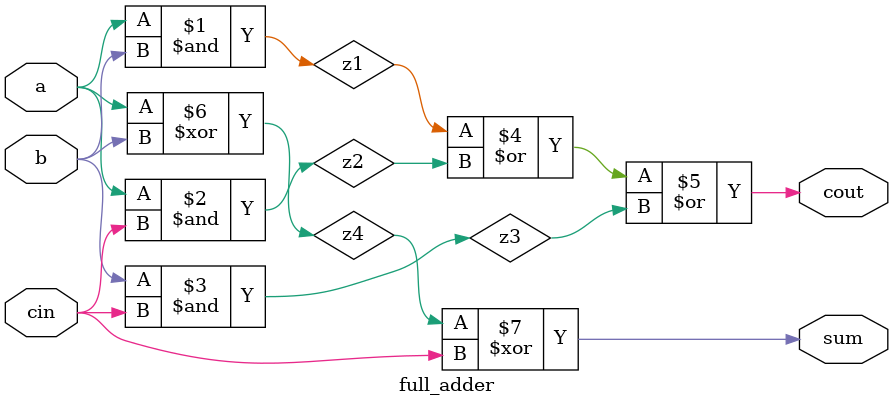
<source format=v>
module full_adder (cin,a,b,sum,cout);

input cin,a,b;
output sum, cout;

and(z1,a,b);
and(z2,a,cin);
and(z3,b,cin);
or(cout,z1,z2,z3);
xor(z4,a,b);
xor(sum,z4,cin);

endmodule 
</source>
